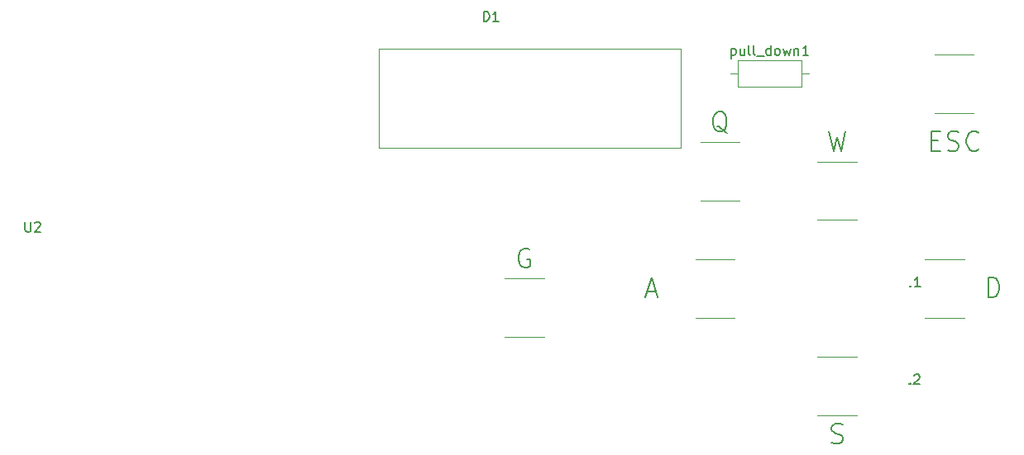
<source format=gbr>
%TF.GenerationSoftware,KiCad,Pcbnew,(5.1.6)-1*%
%TF.CreationDate,2020-12-17T21:40:49-06:00*%
%TF.ProjectId,controller,636f6e74-726f-46c6-9c65-722e6b696361,rev?*%
%TF.SameCoordinates,Original*%
%TF.FileFunction,Legend,Top*%
%TF.FilePolarity,Positive*%
%FSLAX46Y46*%
G04 Gerber Fmt 4.6, Leading zero omitted, Abs format (unit mm)*
G04 Created by KiCad (PCBNEW (5.1.6)-1) date 2020-12-17 21:40:49*
%MOMM*%
%LPD*%
G01*
G04 APERTURE LIST*
%ADD10C,0.150000*%
%ADD11C,0.120000*%
G04 APERTURE END LIST*
D10*
X111619047Y-31857142D02*
X112285714Y-31857142D01*
X112571428Y-32904761D02*
X111619047Y-32904761D01*
X111619047Y-30904761D01*
X112571428Y-30904761D01*
X113333333Y-32809523D02*
X113619047Y-32904761D01*
X114095238Y-32904761D01*
X114285714Y-32809523D01*
X114380952Y-32714285D01*
X114476190Y-32523809D01*
X114476190Y-32333333D01*
X114380952Y-32142857D01*
X114285714Y-32047619D01*
X114095238Y-31952380D01*
X113714285Y-31857142D01*
X113523809Y-31761904D01*
X113428571Y-31666666D01*
X113333333Y-31476190D01*
X113333333Y-31285714D01*
X113428571Y-31095238D01*
X113523809Y-31000000D01*
X113714285Y-30904761D01*
X114190476Y-30904761D01*
X114476190Y-31000000D01*
X116476190Y-32714285D02*
X116380952Y-32809523D01*
X116095238Y-32904761D01*
X115904761Y-32904761D01*
X115619047Y-32809523D01*
X115428571Y-32619047D01*
X115333333Y-32428571D01*
X115238095Y-32047619D01*
X115238095Y-31761904D01*
X115333333Y-31380952D01*
X115428571Y-31190476D01*
X115619047Y-31000000D01*
X115904761Y-30904761D01*
X116095238Y-30904761D01*
X116380952Y-31000000D01*
X116476190Y-31095238D01*
X70523809Y-43000000D02*
X70333333Y-42904761D01*
X70047619Y-42904761D01*
X69761904Y-43000000D01*
X69571428Y-43190476D01*
X69476190Y-43380952D01*
X69380952Y-43761904D01*
X69380952Y-44047619D01*
X69476190Y-44428571D01*
X69571428Y-44619047D01*
X69761904Y-44809523D01*
X70047619Y-44904761D01*
X70238095Y-44904761D01*
X70523809Y-44809523D01*
X70619047Y-44714285D01*
X70619047Y-44047619D01*
X70238095Y-44047619D01*
X101428571Y-62809523D02*
X101714285Y-62904761D01*
X102190476Y-62904761D01*
X102380952Y-62809523D01*
X102476190Y-62714285D01*
X102571428Y-62523809D01*
X102571428Y-62333333D01*
X102476190Y-62142857D01*
X102380952Y-62047619D01*
X102190476Y-61952380D01*
X101809523Y-61857142D01*
X101619047Y-61761904D01*
X101523809Y-61666666D01*
X101428571Y-61476190D01*
X101428571Y-61285714D01*
X101523809Y-61095238D01*
X101619047Y-61000000D01*
X101809523Y-60904761D01*
X102285714Y-60904761D01*
X102571428Y-61000000D01*
X117476190Y-47904761D02*
X117476190Y-45904761D01*
X117952380Y-45904761D01*
X118238095Y-46000000D01*
X118428571Y-46190476D01*
X118523809Y-46380952D01*
X118619047Y-46761904D01*
X118619047Y-47047619D01*
X118523809Y-47428571D01*
X118428571Y-47619047D01*
X118238095Y-47809523D01*
X117952380Y-47904761D01*
X117476190Y-47904761D01*
X82523809Y-47333333D02*
X83476190Y-47333333D01*
X82333333Y-47904761D02*
X83000000Y-45904761D01*
X83666666Y-47904761D01*
X101142857Y-30904761D02*
X101619047Y-32904761D01*
X102000000Y-31476190D01*
X102380952Y-32904761D01*
X102857142Y-30904761D01*
X90761904Y-31095238D02*
X90571428Y-31000000D01*
X90380952Y-30809523D01*
X90095238Y-30523809D01*
X89904761Y-30428571D01*
X89714285Y-30428571D01*
X89809523Y-30904761D02*
X89619047Y-30809523D01*
X89428571Y-30619047D01*
X89333333Y-30238095D01*
X89333333Y-29571428D01*
X89428571Y-29190476D01*
X89619047Y-29000000D01*
X89809523Y-28904761D01*
X90190476Y-28904761D01*
X90380952Y-29000000D01*
X90571428Y-29190476D01*
X90666666Y-29571428D01*
X90666666Y-30238095D01*
X90571428Y-30619047D01*
X90380952Y-30809523D01*
X90190476Y-30904761D01*
X89809523Y-30904761D01*
D11*
%TO.C,SW7*%
X100000000Y-54000000D02*
X104000000Y-54000000D01*
X100000000Y-60000000D02*
X104000000Y-60000000D01*
%TO.C,SW6*%
X68000000Y-46000000D02*
X72000000Y-46000000D01*
X68000000Y-52000000D02*
X72000000Y-52000000D01*
%TO.C,SW5*%
X87500000Y-44000000D02*
X91500000Y-44000000D01*
X87500000Y-50000000D02*
X91500000Y-50000000D01*
%TO.C,SW4*%
X111000000Y-44000000D02*
X115000000Y-44000000D01*
X111000000Y-50000000D02*
X115000000Y-50000000D01*
%TO.C,SW3*%
X112000000Y-23000000D02*
X116000000Y-23000000D01*
X112000000Y-29000000D02*
X116000000Y-29000000D01*
%TO.C,SW2*%
X100000000Y-34000000D02*
X104000000Y-34000000D01*
X100000000Y-40000000D02*
X104000000Y-40000000D01*
%TO.C,SW1*%
X88000000Y-32000000D02*
X92000000Y-32000000D01*
X88000000Y-38000000D02*
X92000000Y-38000000D01*
%TO.C,pull_down1*%
X91810000Y-23630000D02*
X91810000Y-26370000D01*
X91810000Y-26370000D02*
X98350000Y-26370000D01*
X98350000Y-26370000D02*
X98350000Y-23630000D01*
X98350000Y-23630000D02*
X91810000Y-23630000D01*
X91040000Y-25000000D02*
X91810000Y-25000000D01*
X99120000Y-25000000D02*
X98350000Y-25000000D01*
%TO.C,D1*%
X86030000Y-22460000D02*
X55115000Y-22460000D01*
X55115000Y-22460000D02*
X55115000Y-32620000D01*
X55115000Y-32620000D02*
X86030000Y-32620000D01*
X86030000Y-32620000D02*
X86030000Y-22460000D01*
%TO.C,.2*%
D10*
X109443809Y-56737142D02*
X109491428Y-56784761D01*
X109443809Y-56832380D01*
X109396190Y-56784761D01*
X109443809Y-56737142D01*
X109443809Y-56832380D01*
X109872380Y-55927619D02*
X109920000Y-55880000D01*
X110015238Y-55832380D01*
X110253333Y-55832380D01*
X110348571Y-55880000D01*
X110396190Y-55927619D01*
X110443809Y-56022857D01*
X110443809Y-56118095D01*
X110396190Y-56260952D01*
X109824761Y-56832380D01*
X110443809Y-56832380D01*
%TO.C,.1*%
X109523809Y-46737142D02*
X109571428Y-46784761D01*
X109523809Y-46832380D01*
X109476190Y-46784761D01*
X109523809Y-46737142D01*
X109523809Y-46832380D01*
X110523809Y-46832380D02*
X109952380Y-46832380D01*
X110238095Y-46832380D02*
X110238095Y-45832380D01*
X110142857Y-45975238D01*
X110047619Y-46070476D01*
X109952380Y-46118095D01*
%TO.C,U2*%
X18888095Y-40202380D02*
X18888095Y-41011904D01*
X18935714Y-41107142D01*
X18983333Y-41154761D01*
X19078571Y-41202380D01*
X19269047Y-41202380D01*
X19364285Y-41154761D01*
X19411904Y-41107142D01*
X19459523Y-41011904D01*
X19459523Y-40202380D01*
X19888095Y-40297619D02*
X19935714Y-40250000D01*
X20030952Y-40202380D01*
X20269047Y-40202380D01*
X20364285Y-40250000D01*
X20411904Y-40297619D01*
X20459523Y-40392857D01*
X20459523Y-40488095D01*
X20411904Y-40630952D01*
X19840476Y-41202380D01*
X20459523Y-41202380D01*
%TO.C,pull_down1*%
X91151428Y-22415714D02*
X91151428Y-23415714D01*
X91151428Y-22463333D02*
X91246666Y-22415714D01*
X91437142Y-22415714D01*
X91532380Y-22463333D01*
X91580000Y-22510952D01*
X91627619Y-22606190D01*
X91627619Y-22891904D01*
X91580000Y-22987142D01*
X91532380Y-23034761D01*
X91437142Y-23082380D01*
X91246666Y-23082380D01*
X91151428Y-23034761D01*
X92484761Y-22415714D02*
X92484761Y-23082380D01*
X92056190Y-22415714D02*
X92056190Y-22939523D01*
X92103809Y-23034761D01*
X92199047Y-23082380D01*
X92341904Y-23082380D01*
X92437142Y-23034761D01*
X92484761Y-22987142D01*
X93103809Y-23082380D02*
X93008571Y-23034761D01*
X92960952Y-22939523D01*
X92960952Y-22082380D01*
X93627619Y-23082380D02*
X93532380Y-23034761D01*
X93484761Y-22939523D01*
X93484761Y-22082380D01*
X93770476Y-23177619D02*
X94532380Y-23177619D01*
X95199047Y-23082380D02*
X95199047Y-22082380D01*
X95199047Y-23034761D02*
X95103809Y-23082380D01*
X94913333Y-23082380D01*
X94818095Y-23034761D01*
X94770476Y-22987142D01*
X94722857Y-22891904D01*
X94722857Y-22606190D01*
X94770476Y-22510952D01*
X94818095Y-22463333D01*
X94913333Y-22415714D01*
X95103809Y-22415714D01*
X95199047Y-22463333D01*
X95818095Y-23082380D02*
X95722857Y-23034761D01*
X95675238Y-22987142D01*
X95627619Y-22891904D01*
X95627619Y-22606190D01*
X95675238Y-22510952D01*
X95722857Y-22463333D01*
X95818095Y-22415714D01*
X95960952Y-22415714D01*
X96056190Y-22463333D01*
X96103809Y-22510952D01*
X96151428Y-22606190D01*
X96151428Y-22891904D01*
X96103809Y-22987142D01*
X96056190Y-23034761D01*
X95960952Y-23082380D01*
X95818095Y-23082380D01*
X96484761Y-22415714D02*
X96675238Y-23082380D01*
X96865714Y-22606190D01*
X97056190Y-23082380D01*
X97246666Y-22415714D01*
X97627619Y-22415714D02*
X97627619Y-23082380D01*
X97627619Y-22510952D02*
X97675238Y-22463333D01*
X97770476Y-22415714D01*
X97913333Y-22415714D01*
X98008571Y-22463333D01*
X98056190Y-22558571D01*
X98056190Y-23082380D01*
X99056190Y-23082380D02*
X98484761Y-23082380D01*
X98770476Y-23082380D02*
X98770476Y-22082380D01*
X98675238Y-22225238D01*
X98580000Y-22320476D01*
X98484761Y-22368095D01*
%TO.C,D1*%
X65826904Y-19602380D02*
X65826904Y-18602380D01*
X66065000Y-18602380D01*
X66207857Y-18650000D01*
X66303095Y-18745238D01*
X66350714Y-18840476D01*
X66398333Y-19030952D01*
X66398333Y-19173809D01*
X66350714Y-19364285D01*
X66303095Y-19459523D01*
X66207857Y-19554761D01*
X66065000Y-19602380D01*
X65826904Y-19602380D01*
X67350714Y-19602380D02*
X66779285Y-19602380D01*
X67065000Y-19602380D02*
X67065000Y-18602380D01*
X66969761Y-18745238D01*
X66874523Y-18840476D01*
X66779285Y-18888095D01*
%TD*%
M02*

</source>
